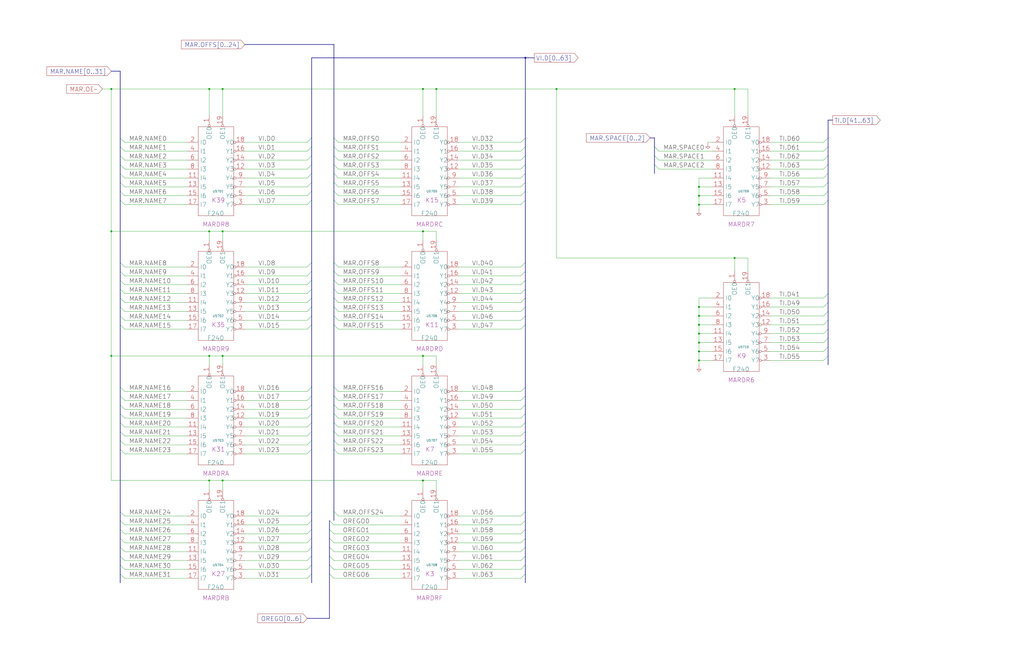
<source format=kicad_sch>
(kicad_sch (version 20230121) (generator eeschema)
  (paper "User" 584.2 378.46)
  (title_block (title "READ MAR DRIVER") (date "20-MAR-90") (rev "1.0") (comment 1 "FIU") (comment 2 "232-003065") (comment 3 "S400") (comment 4 "RELEASED"))
  (lib_symbols
    (symbol "r1000:F240" (pin_names (offset 1.016))
      (property "Reference" "U" (at 2.54 5.08 0))
      (property "Value" "F240" (at -3.81 -7.62 0))
      (property "Location" "___" (at -1.27 0 0))
      (property "Name" "______" (at 1.27 -15.24 0))
      (symbol "F240_1_1"
        (rectangle (start -8.89 41.91) (end 11.43 -8.89))
        (circle (center -2.54 42.545) (radius 0.635))
        (circle (center 5.08 42.545) (radius 0.635))
        (circle (center 12.065 -2.54) (radius 0.635))
        (circle (center 12.065 2.54) (radius 0.635))
        (circle (center 12.065 7.62) (radius 0.635))
        (circle (center 12.065 12.7) (radius 0.635))
        (circle (center 12.065 17.78) (radius 0.635))
        (circle (center 12.065 22.86) (radius 0.635))
        (circle (center 12.065 27.94) (radius 0.635))
        (circle (center 12.065 33.02) (radius 0.635))
        (pin input line (at -2.54 48.26 270) (length 5.08) (name "OE0") (number "1"))
        (pin input line (at -15.24 12.7 0) (length 6.35) (name "I4") (number "11"))
        (pin tri_state line (at 17.78 17.78 180) (length 5.08) (name "Y3") (number "12"))
        (pin input line (at -15.24 7.62 0) (length 6.35) (name "I5") (number "13"))
        (pin tri_state line (at 17.78 22.86 180) (length 5.08) (name "Y2") (number "14"))
        (pin input line (at -15.24 2.54 0) (length 6.35) (name "I6") (number "15"))
        (pin tri_state line (at 17.78 27.94 180) (length 5.08) (name "Y1") (number "16"))
        (pin input line (at -15.24 -2.54 0) (length 6.35) (name "I7") (number "17"))
        (pin tri_state line (at 17.78 33.02 180) (length 5.08) (name "Y0") (number "18"))
        (pin input line (at 5.08 48.26 270) (length 5.08) (name "OE1") (number "19"))
        (pin input line (at -15.24 33.02 0) (length 6.35) (name "I0") (number "2"))
        (pin tri_state line (at 17.78 -2.54 180) (length 5.08) (name "Y7") (number "3"))
        (pin input line (at -15.24 27.94 0) (length 6.35) (name "I1") (number "4"))
        (pin tri_state line (at 17.78 2.54 180) (length 5.08) (name "Y6") (number "5"))
        (pin input line (at -15.24 22.86 0) (length 6.35) (name "I2") (number "6"))
        (pin tri_state line (at 17.78 7.62 180) (length 5.08) (name "Y5") (number "7"))
        (pin input line (at -15.24 17.78 0) (length 6.35) (name "I3") (number "8"))
        (pin tri_state line (at 17.78 12.7 180) (length 5.08) (name "Y4") (number "9"))
      )
    )
    (symbol "r1000:PD" (power) (pin_numbers hide) (pin_names hide) (in_bom no)
      (symbol "PD_0_1"
        (polyline (pts (xy 0 -2.54) (xy 1.27 -2.54) (xy 0 -3.81) (xy -1.27 -2.54) (xy 0 -2.54)) (stroke (width 0.1524)))
      )
      (symbol "PD_1_1"
        (pin power_in line (at 0 0 270) (length 2.54) (name "PD") (number "1"))
      )
    )
  )
  (junction (at 241.3 274.32))
  (junction (at 63.5 50.8))
  (junction (at 398.78 195.58))
  (junction (at 398.78 116.84))
  (junction (at 398.78 200.66))
  (junction (at 127 203.2))
  (junction (at 398.78 106.68))
  (junction (at 317.5 50.8))
  (junction (at 127 274.32))
  (junction (at 241.3 132.08))
  (junction (at 63.5 203.2))
  (junction (at 63.5 132.08))
  (junction (at 119.38 132.08))
  (junction (at 398.78 175.26))
  (junction (at 398.78 111.76))
  (junction (at 398.78 205.74))
  (junction (at 419.1 50.8))
  (junction (at 119.38 274.32))
  (junction (at 299.72 33.02))
  (junction (at 241.3 203.2))
  (junction (at 119.38 50.8))
  (junction (at 241.3 50.8))
  (junction (at 119.38 203.2))
  (junction (at 398.78 185.42))
  (junction (at 398.78 190.5))
  (junction (at 127 50.8))
  (junction (at 419.1 147.32))
  (junction (at 127 132.08))
  (junction (at 398.78 180.34))
  (junction (at 248.92 50.8))
  (bus_entry (at 68.58 292.1) (size 2.54 2.54))
  (bus_entry (at 299.72 170.18) (size -2.54 2.54))
  (bus_entry (at 177.8 322.58) (size -2.54 2.54))
  (bus_entry (at 299.72 297.18) (size -2.54 2.54))
  (bus_entry (at 177.8 154.94) (size -2.54 2.54))
  (bus_entry (at 472.44 83.82) (size -2.54 2.54))
  (bus_entry (at 190.5 160.02) (size 2.54 2.54))
  (bus_entry (at 187.96 322.58) (size 2.54 2.54))
  (bus_entry (at 299.72 236.22) (size -2.54 2.54))
  (bus_entry (at 68.58 149.86) (size 2.54 2.54))
  (bus_entry (at 68.58 165.1) (size 2.54 2.54))
  (bus_entry (at 68.58 220.98) (size 2.54 2.54))
  (bus_entry (at 299.72 180.34) (size -2.54 2.54))
  (bus_entry (at 190.5 246.38) (size 2.54 2.54))
  (bus_entry (at 68.58 246.38) (size 2.54 2.54))
  (bus_entry (at 190.5 149.86) (size 2.54 2.54))
  (bus_entry (at 68.58 109.22) (size 2.54 2.54))
  (bus_entry (at 299.72 292.1) (size -2.54 2.54))
  (bus_entry (at 472.44 104.14) (size -2.54 2.54))
  (bus_entry (at 177.8 226.06) (size -2.54 2.54))
  (bus_entry (at 177.8 180.34) (size -2.54 2.54))
  (bus_entry (at 68.58 307.34) (size 2.54 2.54))
  (bus_entry (at 177.8 236.22) (size -2.54 2.54))
  (bus_entry (at 190.5 251.46) (size 2.54 2.54))
  (bus_entry (at 190.5 292.1) (size 2.54 2.54))
  (bus_entry (at 68.58 312.42) (size 2.54 2.54))
  (bus_entry (at 190.5 78.74) (size 2.54 2.54))
  (bus_entry (at 299.72 251.46) (size -2.54 2.54))
  (bus_entry (at 472.44 172.72) (size -2.54 2.54))
  (bus_entry (at 177.8 88.9) (size -2.54 2.54))
  (bus_entry (at 299.72 93.98) (size -2.54 2.54))
  (bus_entry (at 177.8 185.42) (size -2.54 2.54))
  (bus_entry (at 190.5 241.3) (size 2.54 2.54))
  (bus_entry (at 373.38 83.82) (size 2.54 2.54))
  (bus_entry (at 68.58 226.06) (size 2.54 2.54))
  (bus_entry (at 190.5 109.22) (size 2.54 2.54))
  (bus_entry (at 299.72 256.54) (size -2.54 2.54))
  (bus_entry (at 68.58 317.5) (size 2.54 2.54))
  (bus_entry (at 177.8 83.82) (size -2.54 2.54))
  (bus_entry (at 472.44 198.12) (size -2.54 2.54))
  (bus_entry (at 177.8 175.26) (size -2.54 2.54))
  (bus_entry (at 190.5 99.06) (size 2.54 2.54))
  (bus_entry (at 187.96 317.5) (size 2.54 2.54))
  (bus_entry (at 472.44 177.8) (size -2.54 2.54))
  (bus_entry (at 187.96 327.66) (size 2.54 2.54))
  (bus_entry (at 299.72 99.06) (size -2.54 2.54))
  (bus_entry (at 373.38 88.9) (size 2.54 2.54))
  (bus_entry (at 177.8 93.98) (size -2.54 2.54))
  (bus_entry (at 190.5 83.82) (size 2.54 2.54))
  (bus_entry (at 190.5 180.34) (size 2.54 2.54))
  (bus_entry (at 68.58 78.74) (size 2.54 2.54))
  (bus_entry (at 177.8 109.22) (size -2.54 2.54))
  (bus_entry (at 190.5 104.14) (size 2.54 2.54))
  (bus_entry (at 177.8 78.74) (size -2.54 2.54))
  (bus_entry (at 177.8 251.46) (size -2.54 2.54))
  (bus_entry (at 177.8 170.18) (size -2.54 2.54))
  (bus_entry (at 190.5 226.06) (size 2.54 2.54))
  (bus_entry (at 177.8 241.3) (size -2.54 2.54))
  (bus_entry (at 299.72 78.74) (size -2.54 2.54))
  (bus_entry (at 190.5 154.94) (size 2.54 2.54))
  (bus_entry (at 472.44 193.04) (size -2.54 2.54))
  (bus_entry (at 177.8 246.38) (size -2.54 2.54))
  (bus_entry (at 68.58 83.82) (size 2.54 2.54))
  (bus_entry (at 299.72 312.42) (size -2.54 2.54))
  (bus_entry (at 68.58 185.42) (size 2.54 2.54))
  (bus_entry (at 299.72 109.22) (size -2.54 2.54))
  (bus_entry (at 177.8 327.66) (size -2.54 2.54))
  (bus_entry (at 177.8 160.02) (size -2.54 2.54))
  (bus_entry (at 177.8 302.26) (size -2.54 2.54))
  (bus_entry (at 190.5 88.9) (size 2.54 2.54))
  (bus_entry (at 472.44 88.9) (size -2.54 2.54))
  (bus_entry (at 190.5 165.1) (size 2.54 2.54))
  (bus_entry (at 472.44 93.98) (size -2.54 2.54))
  (bus_entry (at 299.72 114.3) (size -2.54 2.54))
  (bus_entry (at 68.58 231.14) (size 2.54 2.54))
  (bus_entry (at 472.44 187.96) (size -2.54 2.54))
  (bus_entry (at 68.58 251.46) (size 2.54 2.54))
  (bus_entry (at 68.58 297.18) (size 2.54 2.54))
  (bus_entry (at 299.72 185.42) (size -2.54 2.54))
  (bus_entry (at 68.58 322.58) (size 2.54 2.54))
  (bus_entry (at 299.72 220.98) (size -2.54 2.54))
  (bus_entry (at 190.5 185.42) (size 2.54 2.54))
  (bus_entry (at 68.58 170.18) (size 2.54 2.54))
  (bus_entry (at 187.96 302.26) (size 2.54 2.54))
  (bus_entry (at 177.8 104.14) (size -2.54 2.54))
  (bus_entry (at 68.58 160.02) (size 2.54 2.54))
  (bus_entry (at 190.5 93.98) (size 2.54 2.54))
  (bus_entry (at 177.8 297.18) (size -2.54 2.54))
  (bus_entry (at 299.72 175.26) (size -2.54 2.54))
  (bus_entry (at 68.58 104.14) (size 2.54 2.54))
  (bus_entry (at 190.5 236.22) (size 2.54 2.54))
  (bus_entry (at 68.58 256.54) (size 2.54 2.54))
  (bus_entry (at 68.58 180.34) (size 2.54 2.54))
  (bus_entry (at 299.72 307.34) (size -2.54 2.54))
  (bus_entry (at 299.72 104.14) (size -2.54 2.54))
  (bus_entry (at 68.58 236.22) (size 2.54 2.54))
  (bus_entry (at 299.72 160.02) (size -2.54 2.54))
  (bus_entry (at 299.72 231.14) (size -2.54 2.54))
  (bus_entry (at 68.58 114.3) (size 2.54 2.54))
  (bus_entry (at 68.58 88.9) (size 2.54 2.54))
  (bus_entry (at 190.5 114.3) (size 2.54 2.54))
  (bus_entry (at 299.72 241.3) (size -2.54 2.54))
  (bus_entry (at 299.72 327.66) (size -2.54 2.54))
  (bus_entry (at 299.72 154.94) (size -2.54 2.54))
  (bus_entry (at 299.72 83.82) (size -2.54 2.54))
  (bus_entry (at 177.8 165.1) (size -2.54 2.54))
  (bus_entry (at 299.72 246.38) (size -2.54 2.54))
  (bus_entry (at 299.72 149.86) (size -2.54 2.54))
  (bus_entry (at 472.44 109.22) (size -2.54 2.54))
  (bus_entry (at 187.96 297.18) (size 2.54 2.54))
  (bus_entry (at 190.5 256.54) (size 2.54 2.54))
  (bus_entry (at 177.8 231.14) (size -2.54 2.54))
  (bus_entry (at 472.44 182.88) (size -2.54 2.54))
  (bus_entry (at 187.96 312.42) (size 2.54 2.54))
  (bus_entry (at 177.8 99.06) (size -2.54 2.54))
  (bus_entry (at 68.58 99.06) (size 2.54 2.54))
  (bus_entry (at 68.58 154.94) (size 2.54 2.54))
  (bus_entry (at 472.44 114.3) (size -2.54 2.54))
  (bus_entry (at 299.72 165.1) (size -2.54 2.54))
  (bus_entry (at 190.5 220.98) (size 2.54 2.54))
  (bus_entry (at 68.58 327.66) (size 2.54 2.54))
  (bus_entry (at 190.5 170.18) (size 2.54 2.54))
  (bus_entry (at 177.8 114.3) (size -2.54 2.54))
  (bus_entry (at 299.72 88.9) (size -2.54 2.54))
  (bus_entry (at 177.8 312.42) (size -2.54 2.54))
  (bus_entry (at 68.58 302.26) (size 2.54 2.54))
  (bus_entry (at 177.8 307.34) (size -2.54 2.54))
  (bus_entry (at 187.96 307.34) (size 2.54 2.54))
  (bus_entry (at 472.44 203.2) (size -2.54 2.54))
  (bus_entry (at 177.8 256.54) (size -2.54 2.54))
  (bus_entry (at 177.8 317.5) (size -2.54 2.54))
  (bus_entry (at 190.5 231.14) (size 2.54 2.54))
  (bus_entry (at 299.72 302.26) (size -2.54 2.54))
  (bus_entry (at 472.44 99.06) (size -2.54 2.54))
  (bus_entry (at 299.72 322.58) (size -2.54 2.54))
  (bus_entry (at 472.44 167.64) (size -2.54 2.54))
  (bus_entry (at 299.72 317.5) (size -2.54 2.54))
  (bus_entry (at 177.8 149.86) (size -2.54 2.54))
  (bus_entry (at 68.58 93.98) (size 2.54 2.54))
  (bus_entry (at 177.8 220.98) (size -2.54 2.54))
  (bus_entry (at 68.58 175.26) (size 2.54 2.54))
  (bus_entry (at 299.72 226.06) (size -2.54 2.54))
  (bus_entry (at 190.5 175.26) (size 2.54 2.54))
  (bus_entry (at 373.38 93.98) (size 2.54 2.54))
  (bus_entry (at 472.44 78.74) (size -2.54 2.54))
  (bus_entry (at 68.58 241.3) (size 2.54 2.54))
  (bus_entry (at 177.8 292.1) (size -2.54 2.54))
  (wire (pts (xy 58.42 50.8) (xy 63.5 50.8)))
  (wire (pts (xy 175.26 299.72) (xy 139.7 299.72)))
  (bus (pts (xy 177.8 327.66) (xy 177.8 332.74)))
  (bus (pts (xy 190.5 231.14) (xy 190.5 236.22)))
  (bus (pts (xy 299.72 149.86) (xy 299.72 154.94)))
  (wire (pts (xy 297.18 243.84) (xy 261.62 243.84)))
  (bus (pts (xy 299.72 33.02) (xy 304.8 33.02)))
  (wire (pts (xy 71.12 299.72) (xy 106.68 299.72)))
  (wire (pts (xy 175.26 167.64) (xy 139.7 167.64)))
  (wire (pts (xy 71.12 187.96) (xy 106.68 187.96)))
  (wire (pts (xy 297.18 233.68) (xy 261.62 233.68)))
  (bus (pts (xy 472.44 187.96) (xy 472.44 193.04)))
  (wire (pts (xy 398.78 106.68) (xy 398.78 111.76)))
  (bus (pts (xy 68.58 149.86) (xy 68.58 154.94)))
  (bus (pts (xy 177.8 160.02) (xy 177.8 165.1)))
  (bus (pts (xy 187.96 322.58) (xy 187.96 327.66)))
  (bus (pts (xy 472.44 198.12) (xy 472.44 203.2)))
  (wire (pts (xy 241.3 203.2) (xy 241.3 208.28)))
  (wire (pts (xy 193.04 101.6) (xy 228.6 101.6)))
  (wire (pts (xy 175.26 91.44) (xy 139.7 91.44)))
  (bus (pts (xy 299.72 154.94) (xy 299.72 160.02)))
  (bus (pts (xy 177.8 322.58) (xy 177.8 327.66)))
  (wire (pts (xy 375.92 96.52) (xy 406.4 96.52)))
  (wire (pts (xy 193.04 162.56) (xy 228.6 162.56)))
  (wire (pts (xy 439.42 205.74) (xy 469.9 205.74)))
  (bus (pts (xy 472.44 193.04) (xy 472.44 198.12)))
  (bus (pts (xy 190.5 175.26) (xy 190.5 180.34)))
  (wire (pts (xy 248.92 50.8) (xy 241.3 50.8)))
  (bus (pts (xy 472.44 68.58) (xy 474.98 68.58)))
  (wire (pts (xy 175.26 228.6) (xy 139.7 228.6)))
  (bus (pts (xy 299.72 33.02) (xy 299.72 78.74)))
  (wire (pts (xy 317.5 50.8) (xy 419.1 50.8)))
  (bus (pts (xy 68.58 175.26) (xy 68.58 180.34)))
  (wire (pts (xy 71.12 243.84) (xy 106.68 243.84)))
  (wire (pts (xy 241.3 50.8) (xy 127 50.8)))
  (wire (pts (xy 193.04 111.76) (xy 228.6 111.76)))
  (wire (pts (xy 439.42 195.58) (xy 469.9 195.58)))
  (wire (pts (xy 398.78 195.58) (xy 398.78 200.66)))
  (wire (pts (xy 439.42 116.84) (xy 469.9 116.84)))
  (bus (pts (xy 190.5 241.3) (xy 190.5 246.38)))
  (wire (pts (xy 71.12 96.52) (xy 106.68 96.52)))
  (bus (pts (xy 190.5 25.4) (xy 190.5 78.74)))
  (bus (pts (xy 68.58 88.9) (xy 68.58 93.98)))
  (wire (pts (xy 406.4 170.18) (xy 398.78 170.18)))
  (bus (pts (xy 190.5 236.22) (xy 190.5 241.3)))
  (wire (pts (xy 193.04 294.64) (xy 228.6 294.64)))
  (bus (pts (xy 299.72 251.46) (xy 299.72 256.54)))
  (wire (pts (xy 297.18 91.44) (xy 261.62 91.44)))
  (wire (pts (xy 398.78 106.68) (xy 406.4 106.68)))
  (bus (pts (xy 177.8 226.06) (xy 177.8 231.14)))
  (wire (pts (xy 297.18 172.72) (xy 261.62 172.72)))
  (wire (pts (xy 439.42 96.52) (xy 469.9 96.52)))
  (wire (pts (xy 193.04 233.68) (xy 228.6 233.68)))
  (wire (pts (xy 398.78 175.26) (xy 398.78 180.34)))
  (wire (pts (xy 398.78 205.74) (xy 398.78 208.28)))
  (wire (pts (xy 297.18 254) (xy 261.62 254)))
  (bus (pts (xy 177.8 292.1) (xy 177.8 297.18)))
  (bus (pts (xy 68.58 226.06) (xy 68.58 231.14)))
  (bus (pts (xy 190.5 160.02) (xy 190.5 165.1)))
  (bus (pts (xy 187.96 317.5) (xy 187.96 322.58)))
  (wire (pts (xy 297.18 111.76) (xy 261.62 111.76)))
  (wire (pts (xy 71.12 86.36) (xy 106.68 86.36)))
  (wire (pts (xy 297.18 152.4) (xy 261.62 152.4)))
  (wire (pts (xy 127 203.2) (xy 127 208.28)))
  (wire (pts (xy 190.5 314.96) (xy 228.6 314.96)))
  (bus (pts (xy 177.8 88.9) (xy 177.8 93.98)))
  (bus (pts (xy 68.58 165.1) (xy 68.58 170.18)))
  (bus (pts (xy 190.5 180.34) (xy 190.5 185.42)))
  (bus (pts (xy 299.72 220.98) (xy 299.72 226.06)))
  (wire (pts (xy 297.18 187.96) (xy 261.62 187.96)))
  (wire (pts (xy 248.92 50.8) (xy 317.5 50.8)))
  (bus (pts (xy 177.8 297.18) (xy 177.8 302.26)))
  (bus (pts (xy 299.72 292.1) (xy 299.72 297.18)))
  (bus (pts (xy 68.58 160.02) (xy 68.58 165.1)))
  (bus (pts (xy 68.58 251.46) (xy 68.58 256.54)))
  (bus (pts (xy 190.5 165.1) (xy 190.5 170.18)))
  (bus (pts (xy 68.58 180.34) (xy 68.58 185.42)))
  (wire (pts (xy 241.3 132.08) (xy 248.92 132.08)))
  (bus (pts (xy 299.72 160.02) (xy 299.72 165.1)))
  (wire (pts (xy 71.12 162.56) (xy 106.68 162.56)))
  (wire (pts (xy 190.5 325.12) (xy 228.6 325.12)))
  (wire (pts (xy 426.72 66.04) (xy 426.72 50.8)))
  (wire (pts (xy 71.12 233.68) (xy 106.68 233.68)))
  (bus (pts (xy 190.5 104.14) (xy 190.5 109.22)))
  (wire (pts (xy 175.26 86.36) (xy 139.7 86.36)))
  (bus (pts (xy 190.5 78.74) (xy 190.5 83.82)))
  (bus (pts (xy 68.58 317.5) (xy 68.58 322.58)))
  (wire (pts (xy 248.92 50.8) (xy 248.92 66.04)))
  (bus (pts (xy 299.72 226.06) (xy 299.72 231.14)))
  (wire (pts (xy 71.12 182.88) (xy 106.68 182.88)))
  (bus (pts (xy 68.58 40.64) (xy 68.58 78.74)))
  (wire (pts (xy 175.26 116.84) (xy 139.7 116.84)))
  (wire (pts (xy 193.04 116.84) (xy 228.6 116.84)))
  (bus (pts (xy 177.8 93.98) (xy 177.8 99.06)))
  (bus (pts (xy 68.58 241.3) (xy 68.58 246.38)))
  (bus (pts (xy 190.5 220.98) (xy 190.5 226.06)))
  (wire (pts (xy 398.78 200.66) (xy 406.4 200.66)))
  (wire (pts (xy 175.26 248.92) (xy 139.7 248.92)))
  (bus (pts (xy 177.8 220.98) (xy 177.8 226.06)))
  (wire (pts (xy 193.04 254) (xy 228.6 254)))
  (bus (pts (xy 68.58 312.42) (xy 68.58 317.5)))
  (wire (pts (xy 190.5 320.04) (xy 228.6 320.04)))
  (wire (pts (xy 419.1 147.32) (xy 419.1 154.94)))
  (wire (pts (xy 398.78 175.26) (xy 406.4 175.26)))
  (bus (pts (xy 68.58 78.74) (xy 68.58 83.82)))
  (bus (pts (xy 187.96 327.66) (xy 187.96 353.06)))
  (wire (pts (xy 190.5 299.72) (xy 228.6 299.72)))
  (wire (pts (xy 71.12 81.28) (xy 106.68 81.28)))
  (wire (pts (xy 175.26 304.8) (xy 139.7 304.8)))
  (wire (pts (xy 127 50.8) (xy 127 66.04)))
  (wire (pts (xy 71.12 172.72) (xy 106.68 172.72)))
  (wire (pts (xy 398.78 195.58) (xy 406.4 195.58)))
  (wire (pts (xy 175.26 243.84) (xy 139.7 243.84)))
  (wire (pts (xy 119.38 274.32) (xy 119.38 279.4)))
  (bus (pts (xy 177.8 33.02) (xy 177.8 78.74)))
  (bus (pts (xy 472.44 167.64) (xy 472.44 172.72)))
  (bus (pts (xy 299.72 88.9) (xy 299.72 93.98)))
  (wire (pts (xy 439.42 81.28) (xy 469.9 81.28)))
  (wire (pts (xy 398.78 185.42) (xy 398.78 190.5)))
  (bus (pts (xy 472.44 88.9) (xy 472.44 93.98)))
  (bus (pts (xy 299.72 83.82) (xy 299.72 88.9)))
  (wire (pts (xy 175.26 233.68) (xy 139.7 233.68)))
  (bus (pts (xy 190.5 154.94) (xy 190.5 160.02)))
  (wire (pts (xy 297.18 294.64) (xy 261.62 294.64)))
  (bus (pts (xy 373.38 83.82) (xy 373.38 88.9)))
  (wire (pts (xy 297.18 81.28) (xy 261.62 81.28)))
  (wire (pts (xy 439.42 185.42) (xy 469.9 185.42)))
  (wire (pts (xy 398.78 170.18) (xy 398.78 175.26)))
  (wire (pts (xy 241.3 274.32) (xy 248.92 274.32)))
  (wire (pts (xy 175.26 259.08) (xy 139.7 259.08)))
  (wire (pts (xy 398.78 101.6) (xy 398.78 106.68)))
  (wire (pts (xy 193.04 106.68) (xy 228.6 106.68)))
  (wire (pts (xy 419.1 50.8) (xy 419.1 66.04)))
  (bus (pts (xy 68.58 307.34) (xy 68.58 312.42)))
  (bus (pts (xy 177.8 78.74) (xy 177.8 83.82)))
  (wire (pts (xy 127 274.32) (xy 127 279.4)))
  (bus (pts (xy 190.5 292.1) (xy 190.5 297.18)))
  (wire (pts (xy 297.18 106.68) (xy 261.62 106.68)))
  (bus (pts (xy 472.44 83.82) (xy 472.44 88.9)))
  (wire (pts (xy 175.26 101.6) (xy 139.7 101.6)))
  (wire (pts (xy 297.18 304.8) (xy 261.62 304.8)))
  (wire (pts (xy 193.04 91.44) (xy 228.6 91.44)))
  (wire (pts (xy 193.04 177.8) (xy 228.6 177.8)))
  (wire (pts (xy 297.18 320.04) (xy 261.62 320.04)))
  (wire (pts (xy 193.04 152.4) (xy 228.6 152.4)))
  (wire (pts (xy 175.26 157.48) (xy 139.7 157.48)))
  (bus (pts (xy 177.8 170.18) (xy 177.8 175.26)))
  (bus (pts (xy 472.44 172.72) (xy 472.44 177.8)))
  (wire (pts (xy 297.18 228.6) (xy 261.62 228.6)))
  (wire (pts (xy 439.42 190.5) (xy 469.9 190.5)))
  (bus (pts (xy 472.44 182.88) (xy 472.44 187.96)))
  (bus (pts (xy 190.5 83.82) (xy 190.5 88.9)))
  (wire (pts (xy 175.26 325.12) (xy 139.7 325.12)))
  (wire (pts (xy 175.26 254) (xy 139.7 254)))
  (wire (pts (xy 63.5 203.2) (xy 63.5 274.32)))
  (bus (pts (xy 177.8 231.14) (xy 177.8 236.22)))
  (bus (pts (xy 177.8 114.3) (xy 177.8 149.86)))
  (bus (pts (xy 68.58 170.18) (xy 68.58 175.26)))
  (bus (pts (xy 177.8 251.46) (xy 177.8 256.54)))
  (wire (pts (xy 119.38 203.2) (xy 127 203.2)))
  (wire (pts (xy 297.18 238.76) (xy 261.62 238.76)))
  (bus (pts (xy 299.72 322.58) (xy 299.72 327.66)))
  (bus (pts (xy 63.5 40.64) (xy 68.58 40.64)))
  (wire (pts (xy 71.12 254) (xy 106.68 254)))
  (bus (pts (xy 370.84 78.74) (xy 373.38 78.74)))
  (bus (pts (xy 177.8 236.22) (xy 177.8 241.3)))
  (wire (pts (xy 426.72 154.94) (xy 426.72 147.32)))
  (wire (pts (xy 119.38 132.08) (xy 127 132.08)))
  (wire (pts (xy 398.78 190.5) (xy 406.4 190.5)))
  (bus (pts (xy 299.72 317.5) (xy 299.72 322.58)))
  (bus (pts (xy 68.58 99.06) (xy 68.58 104.14)))
  (bus (pts (xy 190.5 185.42) (xy 190.5 220.98)))
  (wire (pts (xy 71.12 309.88) (xy 106.68 309.88)))
  (wire (pts (xy 175.26 111.76) (xy 139.7 111.76)))
  (bus (pts (xy 472.44 177.8) (xy 472.44 182.88)))
  (wire (pts (xy 175.26 81.28) (xy 139.7 81.28)))
  (wire (pts (xy 297.18 177.8) (xy 261.62 177.8)))
  (wire (pts (xy 248.92 203.2) (xy 248.92 208.28)))
  (wire (pts (xy 175.26 223.52) (xy 139.7 223.52)))
  (wire (pts (xy 119.38 50.8) (xy 119.38 66.04)))
  (bus (pts (xy 68.58 104.14) (xy 68.58 109.22)))
  (wire (pts (xy 193.04 81.28) (xy 228.6 81.28)))
  (wire (pts (xy 439.42 175.26) (xy 469.9 175.26)))
  (bus (pts (xy 373.38 78.74) (xy 373.38 83.82)))
  (wire (pts (xy 71.12 320.04) (xy 106.68 320.04)))
  (wire (pts (xy 71.12 152.4) (xy 106.68 152.4)))
  (wire (pts (xy 375.92 86.36) (xy 406.4 86.36)))
  (wire (pts (xy 297.18 325.12) (xy 261.62 325.12)))
  (bus (pts (xy 68.58 83.82) (xy 68.58 88.9)))
  (wire (pts (xy 63.5 274.32) (xy 119.38 274.32)))
  (wire (pts (xy 241.3 274.32) (xy 241.3 279.4)))
  (bus (pts (xy 472.44 104.14) (xy 472.44 109.22)))
  (bus (pts (xy 190.5 88.9) (xy 190.5 93.98)))
  (bus (pts (xy 190.5 256.54) (xy 190.5 292.1)))
  (wire (pts (xy 398.78 180.34) (xy 398.78 185.42)))
  (bus (pts (xy 299.72 312.42) (xy 299.72 317.5)))
  (wire (pts (xy 241.3 203.2) (xy 248.92 203.2)))
  (bus (pts (xy 68.58 185.42) (xy 68.58 220.98)))
  (wire (pts (xy 297.18 86.36) (xy 261.62 86.36)))
  (bus (pts (xy 177.8 185.42) (xy 177.8 220.98)))
  (bus (pts (xy 68.58 256.54) (xy 68.58 292.1)))
  (wire (pts (xy 193.04 228.6) (xy 228.6 228.6)))
  (wire (pts (xy 398.78 116.84) (xy 406.4 116.84)))
  (wire (pts (xy 175.26 187.96) (xy 139.7 187.96)))
  (wire (pts (xy 71.12 167.64) (xy 106.68 167.64)))
  (wire (pts (xy 297.18 182.88) (xy 261.62 182.88)))
  (wire (pts (xy 297.18 167.64) (xy 261.62 167.64)))
  (wire (pts (xy 193.04 96.52) (xy 228.6 96.52)))
  (bus (pts (xy 472.44 109.22) (xy 472.44 114.3)))
  (wire (pts (xy 398.78 180.34) (xy 406.4 180.34)))
  (wire (pts (xy 297.18 248.92) (xy 261.62 248.92)))
  (bus (pts (xy 177.8 312.42) (xy 177.8 317.5)))
  (bus (pts (xy 472.44 99.06) (xy 472.44 104.14)))
  (wire (pts (xy 193.04 182.88) (xy 228.6 182.88)))
  (bus (pts (xy 68.58 220.98) (xy 68.58 226.06)))
  (wire (pts (xy 297.18 116.84) (xy 261.62 116.84)))
  (bus (pts (xy 190.5 226.06) (xy 190.5 231.14)))
  (bus (pts (xy 68.58 236.22) (xy 68.58 241.3)))
  (wire (pts (xy 398.78 200.66) (xy 398.78 205.74)))
  (wire (pts (xy 175.26 177.8) (xy 139.7 177.8)))
  (bus (pts (xy 299.72 109.22) (xy 299.72 114.3)))
  (wire (pts (xy 175.26 106.68) (xy 139.7 106.68)))
  (wire (pts (xy 119.38 203.2) (xy 119.38 208.28)))
  (wire (pts (xy 398.78 111.76) (xy 398.78 116.84)))
  (wire (pts (xy 297.18 330.2) (xy 261.62 330.2)))
  (bus (pts (xy 190.5 99.06) (xy 190.5 104.14)))
  (wire (pts (xy 175.26 96.52) (xy 139.7 96.52)))
  (wire (pts (xy 375.92 91.44) (xy 406.4 91.44)))
  (bus (pts (xy 299.72 327.66) (xy 299.72 332.74)))
  (wire (pts (xy 175.26 172.72) (xy 139.7 172.72)))
  (bus (pts (xy 177.8 99.06) (xy 177.8 104.14)))
  (wire (pts (xy 71.12 223.52) (xy 106.68 223.52)))
  (wire (pts (xy 403.86 81.28) (xy 406.4 81.28)))
  (wire (pts (xy 190.5 304.8) (xy 228.6 304.8)))
  (bus (pts (xy 190.5 93.98) (xy 190.5 99.06)))
  (bus (pts (xy 299.72 246.38) (xy 299.72 251.46)))
  (bus (pts (xy 299.72 175.26) (xy 299.72 180.34)))
  (bus (pts (xy 68.58 154.94) (xy 68.58 160.02)))
  (wire (pts (xy 193.04 243.84) (xy 228.6 243.84)))
  (bus (pts (xy 299.72 236.22) (xy 299.72 241.3)))
  (bus (pts (xy 177.8 256.54) (xy 177.8 292.1)))
  (bus (pts (xy 190.5 149.86) (xy 190.5 154.94)))
  (wire (pts (xy 297.18 314.96) (xy 261.62 314.96)))
  (bus (pts (xy 190.5 109.22) (xy 190.5 114.3)))
  (bus (pts (xy 190.5 251.46) (xy 190.5 256.54)))
  (bus (pts (xy 299.72 33.02) (xy 177.8 33.02)))
  (wire (pts (xy 71.12 330.2) (xy 106.68 330.2)))
  (bus (pts (xy 68.58 327.66) (xy 68.58 332.74)))
  (bus (pts (xy 177.8 109.22) (xy 177.8 114.3)))
  (wire (pts (xy 175.26 238.76) (xy 139.7 238.76)))
  (bus (pts (xy 139.7 25.4) (xy 190.5 25.4)))
  (bus (pts (xy 177.8 149.86) (xy 177.8 154.94)))
  (wire (pts (xy 398.78 111.76) (xy 406.4 111.76)))
  (wire (pts (xy 439.42 106.68) (xy 469.9 106.68)))
  (wire (pts (xy 119.38 50.8) (xy 63.5 50.8)))
  (wire (pts (xy 119.38 274.32) (xy 127 274.32)))
  (bus (pts (xy 177.8 175.26) (xy 177.8 180.34)))
  (bus (pts (xy 299.72 307.34) (xy 299.72 312.42)))
  (wire (pts (xy 297.18 96.52) (xy 261.62 96.52)))
  (bus (pts (xy 68.58 246.38) (xy 68.58 251.46)))
  (wire (pts (xy 248.92 274.32) (xy 248.92 279.4)))
  (wire (pts (xy 175.26 294.64) (xy 139.7 294.64)))
  (wire (pts (xy 175.26 320.04) (xy 139.7 320.04)))
  (wire (pts (xy 439.42 101.6) (xy 469.9 101.6)))
  (bus (pts (xy 187.96 312.42) (xy 187.96 317.5)))
  (bus (pts (xy 187.96 302.26) (xy 187.96 307.34)))
  (bus (pts (xy 177.8 246.38) (xy 177.8 251.46)))
  (wire (pts (xy 439.42 170.18) (xy 469.9 170.18)))
  (wire (pts (xy 63.5 203.2) (xy 119.38 203.2)))
  (bus (pts (xy 299.72 93.98) (xy 299.72 99.06)))
  (bus (pts (xy 299.72 165.1) (xy 299.72 170.18)))
  (bus (pts (xy 177.8 307.34) (xy 177.8 312.42)))
  (wire (pts (xy 119.38 132.08) (xy 119.38 137.16)))
  (wire (pts (xy 317.5 147.32) (xy 317.5 50.8)))
  (bus (pts (xy 68.58 231.14) (xy 68.58 236.22)))
  (wire (pts (xy 439.42 200.66) (xy 469.9 200.66)))
  (bus (pts (xy 177.8 302.26) (xy 177.8 307.34)))
  (bus (pts (xy 373.38 93.98) (xy 373.38 99.06)))
  (bus (pts (xy 299.72 78.74) (xy 299.72 83.82)))
  (wire (pts (xy 297.18 299.72) (xy 261.62 299.72)))
  (wire (pts (xy 439.42 180.34) (xy 469.9 180.34)))
  (wire (pts (xy 175.26 314.96) (xy 139.7 314.96)))
  (wire (pts (xy 71.12 101.6) (xy 106.68 101.6)))
  (bus (pts (xy 472.44 93.98) (xy 472.44 99.06)))
  (wire (pts (xy 248.92 132.08) (xy 248.92 137.16)))
  (wire (pts (xy 63.5 132.08) (xy 119.38 132.08)))
  (wire (pts (xy 71.12 248.92) (xy 106.68 248.92)))
  (bus (pts (xy 177.8 104.14) (xy 177.8 109.22)))
  (bus (pts (xy 177.8 317.5) (xy 177.8 322.58)))
  (wire (pts (xy 439.42 86.36) (xy 469.9 86.36)))
  (wire (pts (xy 297.18 259.08) (xy 261.62 259.08)))
  (wire (pts (xy 71.12 304.8) (xy 106.68 304.8)))
  (wire (pts (xy 175.26 309.88) (xy 139.7 309.88)))
  (wire (pts (xy 127 132.08) (xy 241.3 132.08)))
  (bus (pts (xy 68.58 109.22) (xy 68.58 114.3)))
  (wire (pts (xy 241.3 50.8) (xy 241.3 66.04)))
  (wire (pts (xy 398.78 185.42) (xy 406.4 185.42)))
  (wire (pts (xy 190.5 330.2) (xy 228.6 330.2)))
  (wire (pts (xy 193.04 167.64) (xy 228.6 167.64)))
  (wire (pts (xy 297.18 101.6) (xy 261.62 101.6)))
  (wire (pts (xy 406.4 101.6) (xy 398.78 101.6)))
  (wire (pts (xy 419.1 147.32) (xy 317.5 147.32)))
  (wire (pts (xy 241.3 132.08) (xy 241.3 137.16)))
  (wire (pts (xy 193.04 223.52) (xy 228.6 223.52)))
  (wire (pts (xy 71.12 294.64) (xy 106.68 294.64)))
  (wire (pts (xy 193.04 187.96) (xy 228.6 187.96)))
  (wire (pts (xy 439.42 111.76) (xy 469.9 111.76)))
  (wire (pts (xy 175.26 152.4) (xy 139.7 152.4)))
  (wire (pts (xy 63.5 50.8) (xy 63.5 132.08)))
  (wire (pts (xy 63.5 132.08) (xy 63.5 203.2)))
  (wire (pts (xy 175.26 182.88) (xy 139.7 182.88)))
  (wire (pts (xy 193.04 86.36) (xy 228.6 86.36)))
  (bus (pts (xy 68.58 302.26) (xy 68.58 307.34)))
  (wire (pts (xy 71.12 116.84) (xy 106.68 116.84)))
  (bus (pts (xy 299.72 256.54) (xy 299.72 292.1)))
  (bus (pts (xy 190.5 246.38) (xy 190.5 251.46)))
  (bus (pts (xy 472.44 68.58) (xy 472.44 78.74)))
  (wire (pts (xy 71.12 259.08) (xy 106.68 259.08)))
  (bus (pts (xy 472.44 203.2) (xy 472.44 208.28)))
  (wire (pts (xy 190.5 309.88) (xy 228.6 309.88)))
  (wire (pts (xy 193.04 157.48) (xy 228.6 157.48)))
  (wire (pts (xy 439.42 91.44) (xy 469.9 91.44)))
  (bus (pts (xy 299.72 231.14) (xy 299.72 236.22)))
  (wire (pts (xy 175.26 330.2) (xy 139.7 330.2)))
  (wire (pts (xy 297.18 162.56) (xy 261.62 162.56)))
  (bus (pts (xy 299.72 297.18) (xy 299.72 302.26)))
  (bus (pts (xy 299.72 104.14) (xy 299.72 109.22)))
  (bus (pts (xy 299.72 99.06) (xy 299.72 104.14)))
  (bus (pts (xy 175.26 353.06) (xy 187.96 353.06)))
  (wire (pts (xy 193.04 172.72) (xy 228.6 172.72)))
  (wire (pts (xy 193.04 238.76) (xy 228.6 238.76)))
  (bus (pts (xy 299.72 114.3) (xy 299.72 149.86)))
  (wire (pts (xy 127 274.32) (xy 241.3 274.32)))
  (bus (pts (xy 68.58 292.1) (xy 68.58 297.18)))
  (wire (pts (xy 71.12 91.44) (xy 106.68 91.44)))
  (bus (pts (xy 68.58 297.18) (xy 68.58 302.26)))
  (wire (pts (xy 71.12 111.76) (xy 106.68 111.76)))
  (wire (pts (xy 71.12 177.8) (xy 106.68 177.8)))
  (bus (pts (xy 190.5 114.3) (xy 190.5 149.86)))
  (wire (pts (xy 398.78 190.5) (xy 398.78 195.58)))
  (wire (pts (xy 175.26 162.56) (xy 139.7 162.56)))
  (bus (pts (xy 68.58 93.98) (xy 68.58 99.06)))
  (bus (pts (xy 68.58 114.3) (xy 68.58 149.86)))
  (bus (pts (xy 299.72 170.18) (xy 299.72 175.26)))
  (bus (pts (xy 299.72 180.34) (xy 299.72 185.42)))
  (wire (pts (xy 297.18 309.88) (xy 261.62 309.88)))
  (wire (pts (xy 71.12 228.6) (xy 106.68 228.6)))
  (wire (pts (xy 426.72 147.32) (xy 419.1 147.32)))
  (wire (pts (xy 398.78 116.84) (xy 398.78 119.38)))
  (wire (pts (xy 297.18 223.52) (xy 261.62 223.52)))
  (wire (pts (xy 398.78 205.74) (xy 406.4 205.74)))
  (wire (pts (xy 71.12 157.48) (xy 106.68 157.48)))
  (bus (pts (xy 299.72 302.26) (xy 299.72 307.34)))
  (wire (pts (xy 71.12 238.76) (xy 106.68 238.76)))
  (bus (pts (xy 472.44 78.74) (xy 472.44 83.82)))
  (wire (pts (xy 127 50.8) (xy 119.38 50.8)))
  (wire (pts (xy 127 203.2) (xy 241.3 203.2)))
  (bus (pts (xy 299.72 241.3) (xy 299.72 246.38)))
  (bus (pts (xy 68.58 322.58) (xy 68.58 327.66)))
  (bus (pts (xy 299.72 185.42) (xy 299.72 220.98)))
  (wire (pts (xy 297.18 157.48) (xy 261.62 157.48)))
  (wire (pts (xy 71.12 106.68) (xy 106.68 106.68)))
  (bus (pts (xy 177.8 154.94) (xy 177.8 160.02)))
  (wire (pts (xy 193.04 259.08) (xy 228.6 259.08)))
  (bus (pts (xy 177.8 180.34) (xy 177.8 185.42)))
  (bus (pts (xy 190.5 170.18) (xy 190.5 175.26)))
  (wire (pts (xy 71.12 314.96) (xy 106.68 314.96)))
  (wire (pts (xy 127 132.08) (xy 127 137.16)))
  (wire (pts (xy 419.1 50.8) (xy 426.72 50.8)))
  (wire (pts (xy 193.04 248.92) (xy 228.6 248.92)))
  (wire (pts (xy 71.12 325.12) (xy 106.68 325.12)))
  (bus (pts (xy 373.38 88.9) (xy 373.38 93.98)))
  (bus (pts (xy 177.8 241.3) (xy 177.8 246.38)))
  (bus (pts (xy 187.96 307.34) (xy 187.96 312.42)))
  (bus (pts (xy 472.44 114.3) (xy 472.44 167.64)))
  (bus (pts (xy 187.96 297.18) (xy 187.96 302.26)))
  (bus (pts (xy 177.8 83.82) (xy 177.8 88.9)))
  (bus (pts (xy 177.8 165.1) (xy 177.8 170.18)))
  (label "MAR.OFFS2" (at 195.58 91.44 0) (effects (font (size 2.54 2.54))))
  (label "TI.D59" (at 444.5 116.84 0) (effects (font (size 2.54 2.54))))
  (label "VI.D4" (at 147.32 101.6 0) (effects (font (size 2.54 2.54))))
  (label "MAR.OFFS10" (at 195.58 162.56 0) (effects (font (size 2.54 2.54))))
  (label "MAR.OFFS21" (at 195.58 248.92 0) (effects (font (size 2.54 2.54))))
  (label "VI.D43" (at 269.24 167.64 0) (effects (font (size 2.54 2.54))))
  (label "MAR.OFFS1" (at 195.58 86.36 0) (effects (font (size 2.54 2.54))))
  (label "VI.D26" (at 147.32 304.8 0) (effects (font (size 2.54 2.54))))
  (label "TI.D60" (at 444.5 81.28 0) (effects (font (size 2.54 2.54))))
  (label "OREGO0" (at 195.58 299.72 0) (effects (font (size 2.54 2.54))))
  (label "MAR.NAME28" (at 73.66 314.96 0) (effects (font (size 2.54 2.54))))
  (label "VI.D39" (at 269.24 116.84 0) (effects (font (size 2.54 2.54))))
  (label "VI.D35" (at 269.24 96.52 0) (effects (font (size 2.54 2.54))))
  (label "VI.D31" (at 147.32 330.2 0) (effects (font (size 2.54 2.54))))
  (label "TI.D41" (at 444.5 170.18 0) (effects (font (size 2.54 2.54))))
  (label "MAR.NAME9" (at 73.66 157.48 0) (effects (font (size 2.54 2.54))))
  (label "VI.D53" (at 269.24 248.92 0) (effects (font (size 2.54 2.54))))
  (label "MAR.NAME24" (at 73.66 294.64 0) (effects (font (size 2.54 2.54))))
  (label "VI.D45" (at 269.24 177.8 0) (effects (font (size 2.54 2.54))))
  (label "VI.D55" (at 269.24 259.08 0) (effects (font (size 2.54 2.54))))
  (label "VI.D50" (at 269.24 233.68 0) (effects (font (size 2.54 2.54))))
  (label "TI.D55" (at 444.5 205.74 0) (effects (font (size 2.54 2.54))))
  (label "MAR.NAME26" (at 73.66 304.8 0) (effects (font (size 2.54 2.54))))
  (label "MAR.OFFS17" (at 195.58 228.6 0) (effects (font (size 2.54 2.54))))
  (label "VI.D62" (at 269.24 325.12 0) (effects (font (size 2.54 2.54))))
  (label "MAR.OFFS23" (at 195.58 259.08 0) (effects (font (size 2.54 2.54))))
  (label "VI.D59" (at 269.24 309.88 0) (effects (font (size 2.54 2.54))))
  (label "MAR.OFFS19" (at 195.58 238.76 0) (effects (font (size 2.54 2.54))))
  (label "VI.D36" (at 269.24 101.6 0) (effects (font (size 2.54 2.54))))
  (label "MAR.OFFS16" (at 195.58 223.52 0) (effects (font (size 2.54 2.54))))
  (label "VI.D6" (at 147.32 111.76 0) (effects (font (size 2.54 2.54))))
  (label "MAR.SPACE2" (at 378.46 96.52 0) (effects (font (size 2.54 2.54))))
  (label "TI.D57" (at 444.5 106.68 0) (effects (font (size 2.54 2.54))))
  (label "VI.D13" (at 147.32 177.8 0) (effects (font (size 2.54 2.54))))
  (label "VI.D48" (at 269.24 223.52 0) (effects (font (size 2.54 2.54))))
  (label "TI.D54" (at 444.5 200.66 0) (effects (font (size 2.54 2.54))))
  (label "VI.D40" (at 269.24 152.4 0) (effects (font (size 2.54 2.54))))
  (label "MAR.NAME16" (at 73.66 223.52 0) (effects (font (size 2.54 2.54))))
  (label "VI.D0" (at 147.32 81.28 0) (effects (font (size 2.54 2.54))))
  (label "MAR.NAME20" (at 73.66 243.84 0) (effects (font (size 2.54 2.54))))
  (label "MAR.OFFS13" (at 195.58 177.8 0) (effects (font (size 2.54 2.54))))
  (label "MAR.OFFS6" (at 195.58 111.76 0) (effects (font (size 2.54 2.54))))
  (label "MAR.OFFS5" (at 195.58 106.68 0) (effects (font (size 2.54 2.54))))
  (label "MAR.NAME10" (at 73.66 162.56 0) (effects (font (size 2.54 2.54))))
  (label "VI.D29" (at 147.32 320.04 0) (effects (font (size 2.54 2.54))))
  (label "TI.D52" (at 444.5 190.5 0) (effects (font (size 2.54 2.54))))
  (label "OREGO3" (at 195.58 314.96 0) (effects (font (size 2.54 2.54))))
  (label "VI.D54" (at 269.24 254 0) (effects (font (size 2.54 2.54))))
  (label "MAR.OFFS9" (at 195.58 157.48 0) (effects (font (size 2.54 2.54))))
  (label "VI.D22" (at 147.32 254 0) (effects (font (size 2.54 2.54))))
  (label "MAR.OFFS18" (at 195.58 233.68 0) (effects (font (size 2.54 2.54))))
  (label "VI.D11" (at 147.32 167.64 0) (effects (font (size 2.54 2.54))))
  (label "TI.D49" (at 444.5 175.26 0) (effects (font (size 2.54 2.54))))
  (label "MAR.OFFS0" (at 195.58 81.28 0) (effects (font (size 2.54 2.54))))
  (label "MAR.NAME5" (at 73.66 106.68 0) (effects (font (size 2.54 2.54))))
  (label "MAR.NAME3" (at 73.66 96.52 0) (effects (font (size 2.54 2.54))))
  (label "VI.D33" (at 269.24 86.36 0) (effects (font (size 2.54 2.54))))
  (label "MAR.NAME27" (at 73.66 309.88 0) (effects (font (size 2.54 2.54))))
  (label "MAR.NAME17" (at 73.66 228.6 0) (effects (font (size 2.54 2.54))))
  (label "MAR.NAME12" (at 73.66 172.72 0) (effects (font (size 2.54 2.54))))
  (label "MAR.OFFS15" (at 195.58 187.96 0) (effects (font (size 2.54 2.54))))
  (label "VI.D47" (at 269.24 187.96 0) (effects (font (size 2.54 2.54))))
  (label "OREGO6" (at 195.58 330.2 0) (effects (font (size 2.54 2.54))))
  (label "TI.D58" (at 444.5 111.76 0) (effects (font (size 2.54 2.54))))
  (label "TI.D50" (at 444.5 180.34 0) (effects (font (size 2.54 2.54))))
  (label "VI.D30" (at 147.32 325.12 0) (effects (font (size 2.54 2.54))))
  (label "MAR.NAME0" (at 73.66 81.28 0) (effects (font (size 2.54 2.54))))
  (label "MAR.NAME2" (at 73.66 91.44 0) (effects (font (size 2.54 2.54))))
  (label "MAR.OFFS22" (at 195.58 254 0) (effects (font (size 2.54 2.54))))
  (label "MAR.OFFS14" (at 195.58 182.88 0) (effects (font (size 2.54 2.54))))
  (label "VI.D7" (at 147.32 116.84 0) (effects (font (size 2.54 2.54))))
  (label "MAR.NAME4" (at 73.66 101.6 0) (effects (font (size 2.54 2.54))))
  (label "OREGO4" (at 195.58 320.04 0) (effects (font (size 2.54 2.54))))
  (label "MAR.NAME30" (at 73.66 325.12 0) (effects (font (size 2.54 2.54))))
  (label "MAR.SPACE1" (at 378.46 91.44 0) (effects (font (size 2.54 2.54))))
  (label "MAR.NAME31" (at 73.66 330.2 0) (effects (font (size 2.54 2.54))))
  (label "VI.D32" (at 269.24 81.28 0) (effects (font (size 2.54 2.54))))
  (label "VI.D57" (at 269.24 299.72 0) (effects (font (size 2.54 2.54))))
  (label "VI.D38" (at 269.24 111.76 0) (effects (font (size 2.54 2.54))))
  (label "MAR.NAME25" (at 73.66 299.72 0) (effects (font (size 2.54 2.54))))
  (label "VI.D17" (at 147.32 228.6 0) (effects (font (size 2.54 2.54))))
  (label "VI.D3" (at 147.32 96.52 0) (effects (font (size 2.54 2.54))))
  (label "VI.D41" (at 269.24 157.48 0) (effects (font (size 2.54 2.54))))
  (label "VI.D61" (at 269.24 320.04 0) (effects (font (size 2.54 2.54))))
  (label "MAR.OFFS3" (at 195.58 96.52 0) (effects (font (size 2.54 2.54))))
  (label "VI.D16" (at 147.32 223.52 0) (effects (font (size 2.54 2.54))))
  (label "VI.D25" (at 147.32 299.72 0) (effects (font (size 2.54 2.54))))
  (label "TI.D51" (at 444.5 185.42 0) (effects (font (size 2.54 2.54))))
  (label "VI.D58" (at 269.24 304.8 0) (effects (font (size 2.54 2.54))))
  (label "VI.D27" (at 147.32 309.88 0) (effects (font (size 2.54 2.54))))
  (label "VI.D52" (at 269.24 243.84 0) (effects (font (size 2.54 2.54))))
  (label "VI.D63" (at 269.24 330.2 0) (effects (font (size 2.54 2.54))))
  (label "MAR.OFFS24" (at 195.58 294.64 0) (effects (font (size 2.54 2.54))))
  (label "MAR.NAME23" (at 73.66 259.08 0) (effects (font (size 2.54 2.54))))
  (label "VI.D46" (at 269.24 182.88 0) (effects (font (size 2.54 2.54))))
  (label "VI.D28" (at 147.32 314.96 0) (effects (font (size 2.54 2.54))))
  (label "VI.D10" (at 147.32 162.56 0) (effects (font (size 2.54 2.54))))
  (label "MAR.NAME19" (at 73.66 238.76 0) (effects (font (size 2.54 2.54))))
  (label "VI.D49" (at 269.24 228.6 0) (effects (font (size 2.54 2.54))))
  (label "VI.D37" (at 269.24 106.68 0) (effects (font (size 2.54 2.54))))
  (label "VI.D42" (at 269.24 162.56 0) (effects (font (size 2.54 2.54))))
  (label "VI.D14" (at 147.32 182.88 0) (effects (font (size 2.54 2.54))))
  (label "VI.D12" (at 147.32 172.72 0) (effects (font (size 2.54 2.54))))
  (label "VI.D5" (at 147.32 106.68 0) (effects (font (size 2.54 2.54))))
  (label "VI.D56" (at 269.24 294.64 0) (effects (font (size 2.54 2.54))))
  (label "VI.D44" (at 269.24 172.72 0) (effects (font (size 2.54 2.54))))
  (label "MAR.NAME21" (at 73.66 248.92 0) (effects (font (size 2.54 2.54))))
  (label "MAR.NAME1" (at 73.66 86.36 0) (effects (font (size 2.54 2.54))))
  (label "MAR.OFFS12" (at 195.58 172.72 0) (effects (font (size 2.54 2.54))))
  (label "VI.D1" (at 147.32 86.36 0) (effects (font (size 2.54 2.54))))
  (label "MAR.SPACE0" (at 378.46 86.36 0) (effects (font (size 2.54 2.54))))
  (label "OREGO5" (at 195.58 325.12 0) (effects (font (size 2.54 2.54))))
  (label "TI.D62" (at 444.5 91.44 0) (effects (font (size 2.54 2.54))))
  (label "VI.D24" (at 147.32 294.64 0) (effects (font (size 2.54 2.54))))
  (label "TI.D56" (at 444.5 101.6 0) (effects (font (size 2.54 2.54))))
  (label "VI.D18" (at 147.32 233.68 0) (effects (font (size 2.54 2.54))))
  (label "MAR.NAME29" (at 73.66 320.04 0) (effects (font (size 2.54 2.54))))
  (label "MAR.NAME11" (at 73.66 167.64 0) (effects (font (size 2.54 2.54))))
  (label "VI.D60" (at 269.24 314.96 0) (effects (font (size 2.54 2.54))))
  (label "MAR.NAME15" (at 73.66 187.96 0) (effects (font (size 2.54 2.54))))
  (label "TI.D61" (at 444.5 86.36 0) (effects (font (size 2.54 2.54))))
  (label "MAR.NAME8" (at 73.66 152.4 0) (effects (font (size 2.54 2.54))))
  (label "MAR.OFFS7" (at 195.58 116.84 0) (effects (font (size 2.54 2.54))))
  (label "TI.D53" (at 444.5 195.58 0) (effects (font (size 2.54 2.54))))
  (label "MAR.OFFS8" (at 195.58 152.4 0) (effects (font (size 2.54 2.54))))
  (label "MAR.OFFS11" (at 195.58 167.64 0) (effects (font (size 2.54 2.54))))
  (label "VI.D34" (at 269.24 91.44 0) (effects (font (size 2.54 2.54))))
  (label "VI.D21" (at 147.32 248.92 0) (effects (font (size 2.54 2.54))))
  (label "TI.D63" (at 444.5 96.52 0) (effects (font (size 2.54 2.54))))
  (label "MAR.NAME13" (at 73.66 177.8 0) (effects (font (size 2.54 2.54))))
  (label "OREGO2" (at 195.58 309.88 0) (effects (font (size 2.54 2.54))))
  (label "MAR.NAME7" (at 73.66 116.84 0) (effects (font (size 2.54 2.54))))
  (label "MAR.NAME22" (at 73.66 254 0) (effects (font (size 2.54 2.54))))
  (label "VI.D23" (at 147.32 259.08 0) (effects (font (size 2.54 2.54))))
  (label "MAR.NAME14" (at 73.66 182.88 0) (effects (font (size 2.54 2.54))))
  (label "MAR.OFFS20" (at 195.58 243.84 0) (effects (font (size 2.54 2.54))))
  (label "VI.D2" (at 147.32 91.44 0) (effects (font (size 2.54 2.54))))
  (label "MAR.OFFS4" (at 195.58 101.6 0) (effects (font (size 2.54 2.54))))
  (label "VI.D51" (at 269.24 238.76 0) (effects (font (size 2.54 2.54))))
  (label "OREGO1" (at 195.58 304.8 0) (effects (font (size 2.54 2.54))))
  (label "VI.D15" (at 147.32 187.96 0) (effects (font (size 2.54 2.54))))
  (label "MAR.NAME18" (at 73.66 233.68 0) (effects (font (size 2.54 2.54))))
  (label "MAR.NAME6" (at 73.66 111.76 0) (effects (font (size 2.54 2.54))))
  (label "VI.D8" (at 147.32 152.4 0) (effects (font (size 2.54 2.54))))
  (label "VI.D9" (at 147.32 157.48 0) (effects (font (size 2.54 2.54))))
  (label "VI.D19" (at 147.32 238.76 0) (effects (font (size 2.54 2.54))))
  (label "VI.D20" (at 147.32 243.84 0) (effects (font (size 2.54 2.54))))
  (global_label "OREGO[0..6]" (shape input) (at 175.26 353.06 180) (effects (font (size 2.54 2.54))) (property "Intersheetrefs" "${INTERSHEET_REFS}" (at 147.0902 352.9013 0) (effects (font (size 1.905 1.905)) (justify right))))
  (global_label "MAR.OE~" (shape input) (at 58.42 50.8 180) (effects (font (size 2.54 2.54))) (property "Intersheetrefs" "${INTERSHEET_REFS}" (at 37.9911 50.6413 0) (effects (font (size 1.905 1.905)) (justify right))))
  (global_label "MAR.OFFS[0..24]" (shape input) (at 139.7 25.4 180) (effects (font (size 2.54 2.54))) (property "Intersheetrefs" "${INTERSHEET_REFS}" (at 103.5473 25.2413 0) (effects (font (size 1.905 1.905)) (justify right))))
  (global_label "TI.D[41..63]" (shape output) (at 474.98 68.58 0) (effects (font (size 2.54 2.54))) (property "Intersheetrefs" "${INTERSHEET_REFS}" (at 502.1822 68.4213 0) (effects (font (size 1.905 1.905)) (justify left))))
  (global_label "VI.D[0..63]" (shape output) (at 304.8 33.02 0) (effects (font (size 2.54 2.54))) (property "Intersheetrefs" "${INTERSHEET_REFS}" (at 329.825 32.8613 0) (effects (font (size 1.905 1.905)) (justify left))))
  (global_label "MAR.SPACE[0..2]" (shape input) (at 370.84 78.74 180) (effects (font (size 2.54 2.54))) (property "Intersheetrefs" "${INTERSHEET_REFS}" (at 334.5664 78.5813 0) (effects (font (size 1.905 1.905)) (justify right))))
  (global_label "MAR.NAME[0..31]" (shape input) (at 63.5 40.64 180) (effects (font (size 2.54 2.54))) (property "Intersheetrefs" "${INTERSHEET_REFS}" (at 26.7426 40.4813 0) (effects (font (size 1.905 1.905)) (justify right))))
  (symbol (lib_id "r1000:F240") (at 121.92 256.54 0) (unit 1)
    (property "Reference" "U5703" (at 124.46 251.46 0))
    (property "Value" "F240" (at 118.11 264.16 0) (effects (font (size 2.54 2.54)) (justify left)))
    (property "Location" "K31" (at 120.65 256.54 0) (effects (font (size 2.54 2.54)) (justify left)))
    (property "Name" "MARDRA" (at 123.19 271.78 0) (effects (font (size 2.54 2.54)) (justify bottom)))
  )
  (symbol (lib_id "r1000:F240") (at 243.84 114.3 0) (unit 1)
    (property "Reference" "U5705" (at 246.38 109.22 0))
    (property "Value" "F240" (at 240.03 121.92 0) (effects (font (size 2.54 2.54)) (justify left)))
    (property "Location" "K15" (at 242.57 114.3 0) (effects (font (size 2.54 2.54)) (justify left)))
    (property "Name" "MARDRC" (at 245.11 129.54 0) (effects (font (size 2.54 2.54)) (justify bottom)))
  )
  (symbol (lib_id "r1000:F240") (at 421.64 114.3 0) (unit 1)
    (property "Reference" "U5709" (at 424.18 109.22 0))
    (property "Value" "F240" (at 417.83 121.92 0) (effects (font (size 2.54 2.54)) (justify left)))
    (property "Location" "K5" (at 420.37 114.3 0) (effects (font (size 2.54 2.54)) (justify left)))
    (property "Name" "MARDR7" (at 422.91 129.54 0) (effects (font (size 2.54 2.54)) (justify bottom)))
  )
  (symbol (lib_id "r1000:F240") (at 243.84 185.42 0) (unit 1)
    (property "Reference" "U5706" (at 246.38 180.34 0))
    (property "Value" "F240" (at 240.03 193.04 0) (effects (font (size 2.54 2.54)) (justify left)))
    (property "Location" "K11" (at 242.57 185.42 0) (effects (font (size 2.54 2.54)) (justify left)))
    (property "Name" "MARDRD" (at 245.11 200.66 0) (effects (font (size 2.54 2.54)) (justify bottom)))
  )
  (symbol (lib_id "r1000:PD") (at 398.78 208.28 0) (unit 1) (in_bom no)
    (property "Reference" "#PWR0171" (effects hide))
    (property "Value" "PD" (effects hide))
  )
  (symbol (lib_id "r1000:F240") (at 243.84 327.66 0) (unit 1)
    (property "Reference" "U5708" (at 246.38 322.58 0))
    (property "Value" "F240" (at 240.03 335.28 0) (effects (font (size 2.54 2.54)) (justify left)))
    (property "Location" "K3" (at 242.57 327.66 0) (effects (font (size 2.54 2.54)) (justify left)))
    (property "Name" "MARDRF" (at 245.11 342.9 0) (effects (font (size 2.54 2.54)) (justify bottom)))
  )
  (symbol (lib_id "r1000:F240") (at 121.92 327.66 0) (unit 1)
    (property "Reference" "U5704" (at 124.46 322.58 0))
    (property "Value" "F240" (at 118.11 335.28 0) (effects (font (size 2.54 2.54)) (justify left)))
    (property "Location" "K27" (at 120.65 327.66 0) (effects (font (size 2.54 2.54)) (justify left)))
    (property "Name" "MARDRB" (at 123.19 342.9 0) (effects (font (size 2.54 2.54)) (justify bottom)))
  )
  (symbol (lib_id "r1000:PD") (at 403.86 81.28 0) (unit 1) (in_bom no)
    (property "Reference" "#PWR0169" (effects hide))
    (property "Value" "PD" (effects hide))
  )
  (symbol (lib_id "r1000:F240") (at 243.84 256.54 0) (unit 1)
    (property "Reference" "U5707" (at 246.38 251.46 0))
    (property "Value" "F240" (at 240.03 264.16 0) (effects (font (size 2.54 2.54)) (justify left)))
    (property "Location" "K7" (at 242.57 256.54 0) (effects (font (size 2.54 2.54)) (justify left)))
    (property "Name" "MARDRE" (at 245.11 271.78 0) (effects (font (size 2.54 2.54)) (justify bottom)))
  )
  (symbol (lib_id "r1000:F240") (at 121.92 114.3 0) (unit 1)
    (property "Reference" "U5701" (at 124.46 109.22 0))
    (property "Value" "F240" (at 118.11 121.92 0) (effects (font (size 2.54 2.54)) (justify left)))
    (property "Location" "K39" (at 120.65 114.3 0) (effects (font (size 2.54 2.54)) (justify left)))
    (property "Name" "MARDR8" (at 123.19 129.54 0) (effects (font (size 2.54 2.54)) (justify bottom)))
  )
  (symbol (lib_id "r1000:F240") (at 421.64 203.2 0) (unit 1)
    (property "Reference" "U5710" (at 424.18 198.12 0))
    (property "Value" "F240" (at 417.83 210.82 0) (effects (font (size 2.54 2.54)) (justify left)))
    (property "Location" "K9" (at 420.37 203.2 0) (effects (font (size 2.54 2.54)) (justify left)))
    (property "Name" "MARDR6" (at 422.91 218.44 0) (effects (font (size 2.54 2.54)) (justify bottom)))
  )
  (symbol (lib_id "r1000:F240") (at 121.92 185.42 0) (unit 1)
    (property "Reference" "U5702" (at 124.46 180.34 0))
    (property "Value" "F240" (at 118.11 193.04 0) (effects (font (size 2.54 2.54)) (justify left)))
    (property "Location" "K35" (at 120.65 185.42 0) (effects (font (size 2.54 2.54)) (justify left)))
    (property "Name" "MARDR9" (at 123.19 200.66 0) (effects (font (size 2.54 2.54)) (justify bottom)))
  )
  (symbol (lib_id "r1000:PD") (at 398.78 119.38 0) (unit 1) (in_bom no)
    (property "Reference" "#PWR0170" (effects hide))
    (property "Value" "PD" (effects hide))
  )
)
</source>
